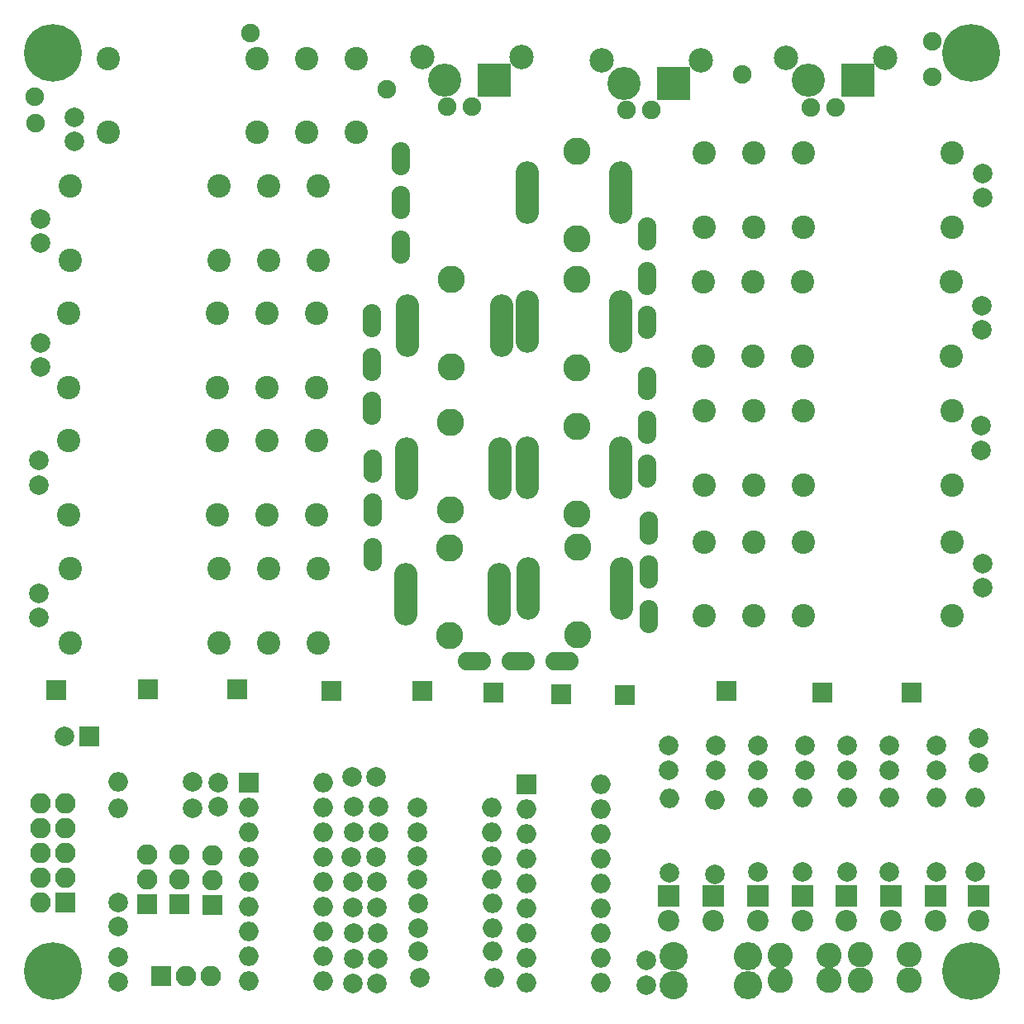
<source format=gbr>
G04 #@! TF.FileFunction,Soldermask,Top*
%FSLAX46Y46*%
G04 Gerber Fmt 4.6, Leading zero omitted, Abs format (unit mm)*
G04 Created by KiCad (PCBNEW 4.0.7) date 03/16/19 09:27:54*
%MOMM*%
%LPD*%
G01*
G04 APERTURE LIST*
%ADD10C,0.100000*%
%ADD11R,2.100000X2.100000*%
%ADD12O,2.100000X2.100000*%
%ADD13C,1.900000*%
%ADD14C,2.500000*%
%ADD15R,3.400000X3.400000*%
%ADD16C,3.400000*%
%ADD17R,2.000000X2.000000*%
%ADD18O,2.000000X2.000000*%
%ADD19C,2.900000*%
%ADD20O,2.900000X2.900000*%
%ADD21R,2.200000X2.200000*%
%ADD22C,2.200000*%
%ADD23C,2.000000*%
%ADD24C,5.900000*%
%ADD25O,1.900000X3.400000*%
%ADD26O,3.400000X1.900000*%
%ADD27C,2.600000*%
%ADD28C,2.400000*%
%ADD29C,2.100000*%
%ADD30O,2.400000X6.400000*%
%ADD31C,2.800000*%
%ADD32O,1.900000X1.900000*%
G04 APERTURE END LIST*
D10*
D11*
X54203600Y-140035280D03*
D12*
X51663600Y-140035280D03*
X54203600Y-137495280D03*
X51663600Y-137495280D03*
X54203600Y-134955280D03*
X51663600Y-134955280D03*
X54203600Y-132415280D03*
X51663600Y-132415280D03*
X54203600Y-129875280D03*
X51663600Y-129875280D03*
D13*
X133159500Y-58531800D03*
X130619500Y-58531800D03*
D14*
X128079500Y-53451800D03*
X138239500Y-53451800D03*
D15*
X135445500Y-55803800D03*
D16*
X130365500Y-55803800D03*
D17*
X73025000Y-127762000D03*
D18*
X80645000Y-148082000D03*
X73025000Y-130302000D03*
X80645000Y-145542000D03*
X73025000Y-132842000D03*
X80645000Y-143002000D03*
X73025000Y-135382000D03*
X80645000Y-140462000D03*
X73025000Y-137922000D03*
X80645000Y-137922000D03*
X73025000Y-140462000D03*
X80645000Y-135382000D03*
X73025000Y-143002000D03*
X80645000Y-132842000D03*
X73025000Y-145542000D03*
X80645000Y-130302000D03*
X73025000Y-148082000D03*
X80645000Y-127762000D03*
D19*
X116586000Y-145542000D03*
D20*
X124206000Y-145542000D03*
D21*
X138811000Y-139319000D03*
D22*
X138811000Y-141859000D03*
D23*
X67259200Y-127609600D03*
D18*
X59639200Y-127609600D03*
D21*
X125222000Y-139319000D03*
D22*
X125222000Y-141859000D03*
D23*
X143510000Y-136906000D03*
D18*
X143510000Y-129286000D03*
D21*
X120650000Y-139319000D03*
D22*
X120650000Y-141859000D03*
D17*
X101473000Y-127889000D03*
D18*
X109093000Y-148209000D03*
X101473000Y-130429000D03*
X109093000Y-145669000D03*
X101473000Y-132969000D03*
X109093000Y-143129000D03*
X101473000Y-135509000D03*
X109093000Y-140589000D03*
X101473000Y-138049000D03*
X109093000Y-138049000D03*
X101473000Y-140589000D03*
X109093000Y-135509000D03*
X101473000Y-143129000D03*
X109093000Y-132969000D03*
X101473000Y-145669000D03*
X109093000Y-130429000D03*
X101473000Y-148209000D03*
X109093000Y-127889000D03*
D23*
X116078000Y-123952000D03*
X116078000Y-126452000D03*
X120904000Y-123952000D03*
X120904000Y-126452000D03*
X125222000Y-123952000D03*
X125222000Y-126452000D03*
X130048000Y-123952000D03*
X130048000Y-126452000D03*
X134366000Y-123952000D03*
X134366000Y-126452000D03*
X138684000Y-123952000D03*
X138684000Y-126452000D03*
X143510000Y-123952000D03*
X143510000Y-126452000D03*
X147828000Y-123190000D03*
X147828000Y-125690000D03*
X69926200Y-130225800D03*
X69926200Y-127725800D03*
D11*
X69342000Y-140258800D03*
D12*
X69342000Y-137718800D03*
X69342000Y-135178800D03*
D11*
X65963800Y-140182600D03*
D12*
X65963800Y-137642600D03*
X65963800Y-135102600D03*
D11*
X62611000Y-140182600D03*
D12*
X62611000Y-137642600D03*
X62611000Y-135102600D03*
D23*
X67259200Y-130378200D03*
D18*
X59639200Y-130378200D03*
D24*
X53000000Y-53000000D03*
X53000000Y-147000000D03*
X147002500Y-147002500D03*
D21*
X129794000Y-139319000D03*
D22*
X129794000Y-141859000D03*
D21*
X134239000Y-139319000D03*
D22*
X134239000Y-141859000D03*
D21*
X143383000Y-139319000D03*
D22*
X143383000Y-141859000D03*
D21*
X147828000Y-139319000D03*
D22*
X147828000Y-141859000D03*
D23*
X116141500Y-136969500D03*
D18*
X116141500Y-129349500D03*
D23*
X120777000Y-137160000D03*
D18*
X120777000Y-129540000D03*
D23*
X125222000Y-136906000D03*
D18*
X125222000Y-129286000D03*
D23*
X129794000Y-136906000D03*
D18*
X129794000Y-129286000D03*
D23*
X134366000Y-136906000D03*
D18*
X134366000Y-129286000D03*
D23*
X138684000Y-136906000D03*
D18*
X138684000Y-129286000D03*
D23*
X147447000Y-136906000D03*
D18*
X147447000Y-129286000D03*
D23*
X86106000Y-127152400D03*
X83606000Y-127152400D03*
D25*
X88646000Y-68326000D03*
X88646000Y-63826000D03*
X88646000Y-72826000D03*
X85661500Y-84899500D03*
X85661500Y-80399500D03*
X85661500Y-89399500D03*
X85725000Y-99822000D03*
X85725000Y-95322000D03*
X85725000Y-104322000D03*
X114046000Y-106172000D03*
X114046000Y-110672000D03*
X114046000Y-101672000D03*
X113880000Y-91310000D03*
X113880000Y-95810000D03*
X113880000Y-86810000D03*
X113875000Y-76050000D03*
X113875000Y-80550000D03*
X113875000Y-71550000D03*
D26*
X100647500Y-115316000D03*
X105147500Y-115316000D03*
X96147500Y-115316000D03*
D11*
X140970000Y-118491000D03*
X111569500Y-118745000D03*
X90805000Y-118300500D03*
X98107500Y-118491000D03*
X53340000Y-118237000D03*
X81470500Y-118300500D03*
X105029000Y-118681500D03*
X62674500Y-118173500D03*
X71818500Y-118173500D03*
X121983500Y-118364000D03*
X131826000Y-118491000D03*
D23*
X90297000Y-130302000D03*
D18*
X97917000Y-130302000D03*
D23*
X90297000Y-132842000D03*
D18*
X97917000Y-132842000D03*
D23*
X90297000Y-135255000D03*
D18*
X97917000Y-135255000D03*
D23*
X90297000Y-137668000D03*
D18*
X97917000Y-137668000D03*
D23*
X90424000Y-140081000D03*
D18*
X98044000Y-140081000D03*
D23*
X90424000Y-142621000D03*
D18*
X98044000Y-142621000D03*
D23*
X90424000Y-145034000D03*
D18*
X98044000Y-145034000D03*
D23*
X90551000Y-147701000D03*
D18*
X98171000Y-147701000D03*
D21*
X116078000Y-139319000D03*
D22*
X116078000Y-141859000D03*
D23*
X83820000Y-130175000D03*
X86320000Y-130175000D03*
X83820000Y-132842000D03*
X86320000Y-132842000D03*
X83566000Y-135382000D03*
X86066000Y-135382000D03*
X83693000Y-137922000D03*
X86193000Y-137922000D03*
X83693000Y-140525500D03*
X86193000Y-140525500D03*
X83756500Y-143129000D03*
X86256500Y-143129000D03*
X83756500Y-145796000D03*
X86256500Y-145796000D03*
X83693000Y-148272500D03*
X86193000Y-148272500D03*
D19*
X116586000Y-148463000D03*
D20*
X124206000Y-148463000D03*
D23*
X59664600Y-148132800D03*
X59664600Y-145632800D03*
X59690000Y-142494000D03*
X59690000Y-139994000D03*
X55181500Y-59563000D03*
X55181500Y-62063000D03*
X51689000Y-82677000D03*
X51689000Y-85177000D03*
X51562000Y-94742000D03*
X51562000Y-97242000D03*
X51562000Y-108331000D03*
X51562000Y-110831000D03*
X51689000Y-69977000D03*
X51689000Y-72477000D03*
X148209000Y-107759500D03*
X148209000Y-105259500D03*
X148082000Y-93662500D03*
X148082000Y-91162500D03*
X148145500Y-81343500D03*
X148145500Y-78843500D03*
X148209000Y-67818000D03*
X148209000Y-65318000D03*
D17*
X56657240Y-123027440D03*
D23*
X54157240Y-123027440D03*
D27*
X127508000Y-148005800D03*
X132508000Y-148005800D03*
X140665200Y-147980400D03*
X135665200Y-147980400D03*
D11*
X64068960Y-147579080D03*
D12*
X66608960Y-147579080D03*
X69148960Y-147579080D03*
D23*
X113792000Y-148437600D03*
X113792000Y-145937600D03*
D27*
X127467360Y-145409920D03*
X132467360Y-145409920D03*
X140655040Y-145348960D03*
X135655040Y-145348960D03*
D24*
X147000000Y-53000000D03*
D28*
X145125000Y-70800000D03*
X129885000Y-70800000D03*
X119725000Y-70800000D03*
X124805000Y-70800000D03*
X145125000Y-63200000D03*
X124805000Y-63200000D03*
X129885000Y-63200000D03*
X119725000Y-63200000D03*
X145000000Y-84050000D03*
X129760000Y-84050000D03*
X119600000Y-84050000D03*
X124680000Y-84050000D03*
X145000000Y-76450000D03*
X124680000Y-76450000D03*
X129760000Y-76450000D03*
X119600000Y-76450000D03*
X145050000Y-97225000D03*
X129810000Y-97225000D03*
X119650000Y-97225000D03*
X124730000Y-97225000D03*
X145050000Y-89625000D03*
X124730000Y-89625000D03*
X129810000Y-89625000D03*
X119650000Y-89625000D03*
X145050000Y-110650000D03*
X129810000Y-110650000D03*
X119650000Y-110650000D03*
X124730000Y-110650000D03*
X145050000Y-103050000D03*
X124730000Y-103050000D03*
X129810000Y-103050000D03*
X119650000Y-103050000D03*
X54706500Y-105801000D03*
X69946500Y-105801000D03*
X80106500Y-105801000D03*
X75026500Y-105801000D03*
X54706500Y-113401000D03*
X75026500Y-113401000D03*
X69946500Y-113401000D03*
X80106500Y-113401000D03*
X54597280Y-92704760D03*
X69837280Y-92704760D03*
X79997280Y-92704760D03*
X74917280Y-92704760D03*
X54597280Y-100304760D03*
X74917280Y-100304760D03*
X69837280Y-100304760D03*
X79997280Y-100304760D03*
X54597280Y-79628840D03*
X69837280Y-79628840D03*
X79997280Y-79628840D03*
X74917280Y-79628840D03*
X54597280Y-87228840D03*
X74917280Y-87228840D03*
X69837280Y-87228840D03*
X79997280Y-87228840D03*
X54764920Y-66608800D03*
X70004920Y-66608800D03*
X80164920Y-66608800D03*
X75084920Y-66608800D03*
X54764920Y-74208800D03*
X75084920Y-74208800D03*
X70004920Y-74208800D03*
X80164920Y-74208800D03*
X58676520Y-53532880D03*
X73916520Y-53532880D03*
X84076520Y-53532880D03*
X78996520Y-53532880D03*
X58676520Y-61132880D03*
X78996520Y-61132880D03*
X73916520Y-61132880D03*
X84076520Y-61132880D03*
D29*
X89208000Y-94079000D03*
X89208000Y-97079000D03*
X98811000Y-94079000D03*
X98811000Y-97079000D03*
D30*
X89208000Y-95579000D03*
X98811000Y-95579000D03*
D31*
X93700000Y-90825000D03*
X93700000Y-99825000D03*
D29*
X89107000Y-106902500D03*
X89107000Y-109902500D03*
X98710000Y-106902500D03*
X98710000Y-109902500D03*
D30*
X89107000Y-108402500D03*
X98710000Y-108402500D03*
D31*
X93599000Y-103648500D03*
X93599000Y-112648500D03*
D29*
X111235500Y-109315000D03*
X111235500Y-106315000D03*
X101632500Y-109315000D03*
X101632500Y-106315000D03*
D30*
X111235500Y-107815000D03*
X101632500Y-107815000D03*
D31*
X106743500Y-112569000D03*
X106743500Y-103569000D03*
D29*
X111167000Y-96946000D03*
X111167000Y-93946000D03*
X101564000Y-96946000D03*
X101564000Y-93946000D03*
D30*
X111167000Y-95446000D03*
X101564000Y-95446000D03*
D31*
X106675000Y-100200000D03*
X106675000Y-91200000D03*
D29*
X111167000Y-68771000D03*
X111167000Y-65771000D03*
X101564000Y-68771000D03*
X101564000Y-65771000D03*
D30*
X111167000Y-67271000D03*
X101564000Y-67271000D03*
D31*
X106675000Y-72025000D03*
X106675000Y-63025000D03*
D29*
X111167000Y-81946000D03*
X111167000Y-78946000D03*
X101564000Y-81946000D03*
X101564000Y-78946000D03*
D30*
X111167000Y-80446000D03*
X101564000Y-80446000D03*
D31*
X106675000Y-85200000D03*
X106675000Y-76200000D03*
D29*
X89308000Y-79429000D03*
X89308000Y-82429000D03*
X98911000Y-79429000D03*
X98911000Y-82429000D03*
D30*
X89308000Y-80929000D03*
X98911000Y-80929000D03*
D31*
X93800000Y-76175000D03*
X93800000Y-85175000D03*
D32*
X73190100Y-50965100D03*
X123621800Y-55206900D03*
X143065500Y-51752500D03*
X143040100Y-55448200D03*
X51142900Y-57416700D03*
X51206400Y-60185300D03*
X87185500Y-56654700D03*
D13*
X114274600Y-58811200D03*
X111734600Y-58811200D03*
D14*
X109194600Y-53731200D03*
X119354600Y-53731200D03*
D15*
X116560600Y-56083200D03*
D16*
X111480600Y-56083200D03*
D13*
X95885000Y-58481000D03*
X93345000Y-58481000D03*
D14*
X90805000Y-53401000D03*
X100965000Y-53401000D03*
D15*
X98171000Y-55753000D03*
D16*
X93091000Y-55753000D03*
M02*

</source>
